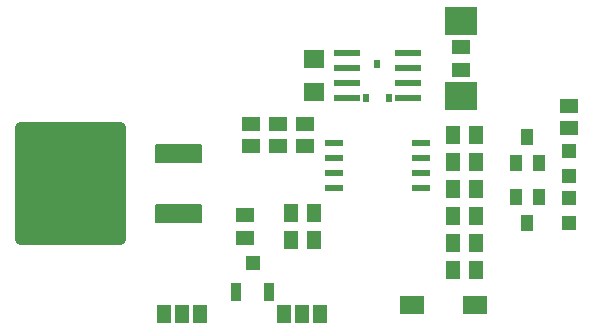
<source format=gbr>
G04 EAGLE Gerber RS-274X export*
G75*
%MOMM*%
%FSLAX34Y34*%
%LPD*%
%INSolderpaste Top*%
%IPPOS*%
%AMOC8*
5,1,8,0,0,1.08239X$1,22.5*%
G01*
%ADD10R,1.800000X1.600000*%
%ADD11R,2.800000X2.400000*%
%ADD12R,1.300000X1.500000*%
%ADD13R,1.500000X1.300000*%
%ADD14R,1.000000X1.400000*%
%ADD15R,1.549400X0.533400*%
%ADD16R,2.200000X0.600000*%
%ADD17C,0.940000*%
%ADD18C,0.160000*%
%ADD19R,1.168400X1.600200*%
%ADD20R,0.500000X0.700000*%
%ADD21R,1.200000X1.200000*%
%ADD22R,0.900000X1.600000*%
%ADD23R,1.300000X1.300000*%
%ADD24R,2.000000X1.600000*%


D10*
X441960Y265400D03*
X441960Y293400D03*
D11*
X566420Y261870D03*
X566420Y324870D03*
D12*
X559460Y228600D03*
X578460Y228600D03*
X578460Y160020D03*
X559460Y160020D03*
X578460Y182880D03*
X559460Y182880D03*
D13*
X434340Y238100D03*
X434340Y219100D03*
D14*
X622300Y154100D03*
X612800Y176100D03*
X631800Y176100D03*
D15*
X458216Y222250D03*
X458216Y209550D03*
X458216Y196850D03*
X458216Y184150D03*
X532384Y184150D03*
X532384Y196850D03*
X532384Y209550D03*
X532384Y222250D03*
D16*
X521300Y273050D03*
X469300Y273050D03*
X521300Y260350D03*
X521300Y285750D03*
X521300Y298450D03*
X469300Y260350D03*
X469300Y285750D03*
X469300Y298450D03*
D17*
X277000Y235260D02*
X277000Y140660D01*
X192400Y140660D01*
X192400Y235260D01*
X277000Y235260D01*
X277000Y149590D02*
X192400Y149590D01*
X192400Y158520D02*
X277000Y158520D01*
X277000Y167450D02*
X192400Y167450D01*
X192400Y176380D02*
X277000Y176380D01*
X277000Y185310D02*
X192400Y185310D01*
X192400Y194240D02*
X277000Y194240D01*
X277000Y203170D02*
X192400Y203170D01*
X192400Y212100D02*
X277000Y212100D01*
X277000Y221030D02*
X192400Y221030D01*
X192400Y229960D02*
X277000Y229960D01*
D18*
X345900Y169760D02*
X345900Y155360D01*
X307500Y155360D01*
X307500Y169760D01*
X345900Y169760D01*
X345900Y156880D02*
X307500Y156880D01*
X307500Y158400D02*
X345900Y158400D01*
X345900Y159920D02*
X307500Y159920D01*
X307500Y161440D02*
X345900Y161440D01*
X345900Y162960D02*
X307500Y162960D01*
X307500Y164480D02*
X345900Y164480D01*
X345900Y166000D02*
X307500Y166000D01*
X307500Y167520D02*
X345900Y167520D01*
X345900Y169040D02*
X307500Y169040D01*
X345900Y206160D02*
X345900Y220560D01*
X345900Y206160D02*
X307500Y206160D01*
X307500Y220560D01*
X345900Y220560D01*
X345900Y207680D02*
X307500Y207680D01*
X307500Y209200D02*
X345900Y209200D01*
X345900Y210720D02*
X307500Y210720D01*
X307500Y212240D02*
X345900Y212240D01*
X345900Y213760D02*
X307500Y213760D01*
X307500Y215280D02*
X345900Y215280D01*
X345900Y216800D02*
X307500Y216800D01*
X307500Y218320D02*
X345900Y218320D01*
X345900Y219840D02*
X307500Y219840D01*
D13*
X383540Y160630D03*
X383540Y141630D03*
D12*
X441300Y162560D03*
X422300Y162560D03*
D13*
X411480Y238100D03*
X411480Y219100D03*
D12*
X559460Y205740D03*
X578460Y205740D03*
D13*
X388620Y219100D03*
X388620Y238100D03*
D12*
X422300Y139700D03*
X441300Y139700D03*
D14*
X622300Y226900D03*
X631800Y204900D03*
X612800Y204900D03*
D12*
X559460Y114300D03*
X578460Y114300D03*
X559460Y137160D03*
X578460Y137160D03*
D19*
X314960Y77470D03*
X330200Y77470D03*
X345440Y77470D03*
X416560Y77470D03*
X431800Y77470D03*
X447040Y77470D03*
D20*
X495300Y288720D03*
X485800Y260170D03*
X504800Y260170D03*
D13*
X566420Y283870D03*
X566420Y302870D03*
D21*
X657860Y193970D03*
X657860Y214970D03*
X657860Y154600D03*
X657860Y175600D03*
D13*
X657860Y253340D03*
X657860Y234340D03*
D22*
X375890Y95800D03*
X403890Y95800D03*
D23*
X389890Y120100D03*
D24*
X524180Y85090D03*
X578180Y85090D03*
M02*

</source>
